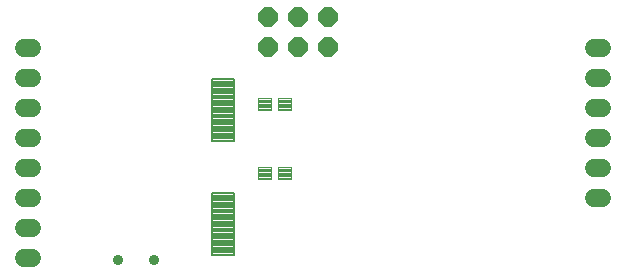
<source format=gbs>
G75*
%MOIN*%
%OFA0B0*%
%FSLAX24Y24*%
%IPPOS*%
%LPD*%
%AMOC8*
5,1,8,0,0,1.08239X$1,22.5*
%
%ADD10OC8,0.0650*%
%ADD11C,0.0600*%
%ADD12C,0.0080*%
%ADD13C,0.0043*%
%ADD14C,0.0346*%
D10*
X011400Y018325D03*
X012400Y018325D03*
X013400Y018325D03*
X013400Y019325D03*
X012400Y019325D03*
X011400Y019325D03*
D11*
X003540Y018275D02*
X003260Y018275D01*
X003260Y017275D02*
X003540Y017275D01*
X003540Y016275D02*
X003260Y016275D01*
X003260Y015275D02*
X003540Y015275D01*
X003540Y014275D02*
X003260Y014275D01*
X003260Y013275D02*
X003540Y013275D01*
X003540Y012275D02*
X003260Y012275D01*
X003260Y011275D02*
X003540Y011275D01*
X022260Y013275D02*
X022540Y013275D01*
X022540Y014275D02*
X022260Y014275D01*
X022260Y015275D02*
X022540Y015275D01*
X022540Y016275D02*
X022260Y016275D01*
X022260Y017275D02*
X022540Y017275D01*
X022540Y018275D02*
X022260Y018275D01*
D12*
X010260Y017255D02*
X010260Y015195D01*
X009540Y015195D01*
X009540Y017255D01*
X010260Y017255D01*
X010260Y015274D02*
X009540Y015274D01*
X009540Y015353D02*
X010260Y015353D01*
X010260Y015432D02*
X009540Y015432D01*
X009540Y015511D02*
X010260Y015511D01*
X010260Y015590D02*
X009540Y015590D01*
X009540Y015669D02*
X010260Y015669D01*
X010260Y015748D02*
X009540Y015748D01*
X009540Y015827D02*
X010260Y015827D01*
X010260Y015906D02*
X009540Y015906D01*
X009540Y015985D02*
X010260Y015985D01*
X010260Y016064D02*
X009540Y016064D01*
X009540Y016143D02*
X010260Y016143D01*
X010260Y016222D02*
X009540Y016222D01*
X009540Y016301D02*
X010260Y016301D01*
X010260Y016380D02*
X009540Y016380D01*
X009540Y016459D02*
X010260Y016459D01*
X010260Y016538D02*
X009540Y016538D01*
X009540Y016617D02*
X010260Y016617D01*
X010260Y016696D02*
X009540Y016696D01*
X009540Y016775D02*
X010260Y016775D01*
X010260Y016854D02*
X009540Y016854D01*
X009540Y016933D02*
X010260Y016933D01*
X010260Y017012D02*
X009540Y017012D01*
X009540Y017091D02*
X010260Y017091D01*
X010260Y017170D02*
X009540Y017170D01*
X009540Y017249D02*
X010260Y017249D01*
X010260Y013455D02*
X010260Y011395D01*
X009540Y011395D01*
X009540Y013455D01*
X010260Y013455D01*
X010260Y011474D02*
X009540Y011474D01*
X009540Y011553D02*
X010260Y011553D01*
X010260Y011632D02*
X009540Y011632D01*
X009540Y011711D02*
X010260Y011711D01*
X010260Y011790D02*
X009540Y011790D01*
X009540Y011869D02*
X010260Y011869D01*
X010260Y011948D02*
X009540Y011948D01*
X009540Y012027D02*
X010260Y012027D01*
X010260Y012106D02*
X009540Y012106D01*
X009540Y012185D02*
X010260Y012185D01*
X010260Y012264D02*
X009540Y012264D01*
X009540Y012343D02*
X010260Y012343D01*
X010260Y012422D02*
X009540Y012422D01*
X009540Y012501D02*
X010260Y012501D01*
X010260Y012580D02*
X009540Y012580D01*
X009540Y012659D02*
X010260Y012659D01*
X010260Y012738D02*
X009540Y012738D01*
X009540Y012817D02*
X010260Y012817D01*
X010260Y012896D02*
X009540Y012896D01*
X009540Y012975D02*
X010260Y012975D01*
X010260Y013054D02*
X009540Y013054D01*
X009540Y013133D02*
X010260Y013133D01*
X010260Y013212D02*
X009540Y013212D01*
X009540Y013291D02*
X010260Y013291D01*
X010260Y013370D02*
X009540Y013370D01*
X009540Y013449D02*
X010260Y013449D01*
D13*
X011050Y013930D02*
X011480Y013930D01*
X011050Y013930D02*
X011050Y014320D01*
X011480Y014320D01*
X011480Y013930D01*
X011480Y013972D02*
X011050Y013972D01*
X011050Y014014D02*
X011480Y014014D01*
X011480Y014056D02*
X011050Y014056D01*
X011050Y014098D02*
X011480Y014098D01*
X011480Y014140D02*
X011050Y014140D01*
X011050Y014182D02*
X011480Y014182D01*
X011480Y014224D02*
X011050Y014224D01*
X011050Y014266D02*
X011480Y014266D01*
X011480Y014308D02*
X011050Y014308D01*
X011720Y013930D02*
X012150Y013930D01*
X011720Y013930D02*
X011720Y014320D01*
X012150Y014320D01*
X012150Y013930D01*
X012150Y013972D02*
X011720Y013972D01*
X011720Y014014D02*
X012150Y014014D01*
X012150Y014056D02*
X011720Y014056D01*
X011720Y014098D02*
X012150Y014098D01*
X012150Y014140D02*
X011720Y014140D01*
X011720Y014182D02*
X012150Y014182D01*
X012150Y014224D02*
X011720Y014224D01*
X011720Y014266D02*
X012150Y014266D01*
X012150Y014308D02*
X011720Y014308D01*
X011720Y016230D02*
X012150Y016230D01*
X011720Y016230D02*
X011720Y016620D01*
X012150Y016620D01*
X012150Y016230D01*
X012150Y016272D02*
X011720Y016272D01*
X011720Y016314D02*
X012150Y016314D01*
X012150Y016356D02*
X011720Y016356D01*
X011720Y016398D02*
X012150Y016398D01*
X012150Y016440D02*
X011720Y016440D01*
X011720Y016482D02*
X012150Y016482D01*
X012150Y016524D02*
X011720Y016524D01*
X011720Y016566D02*
X012150Y016566D01*
X012150Y016608D02*
X011720Y016608D01*
X011480Y016230D02*
X011050Y016230D01*
X011050Y016620D01*
X011480Y016620D01*
X011480Y016230D01*
X011480Y016272D02*
X011050Y016272D01*
X011050Y016314D02*
X011480Y016314D01*
X011480Y016356D02*
X011050Y016356D01*
X011050Y016398D02*
X011480Y016398D01*
X011480Y016440D02*
X011050Y016440D01*
X011050Y016482D02*
X011480Y016482D01*
X011480Y016524D02*
X011050Y016524D01*
X011050Y016566D02*
X011480Y016566D01*
X011480Y016608D02*
X011050Y016608D01*
D14*
X006409Y011225D03*
X007591Y011225D03*
M02*

</source>
